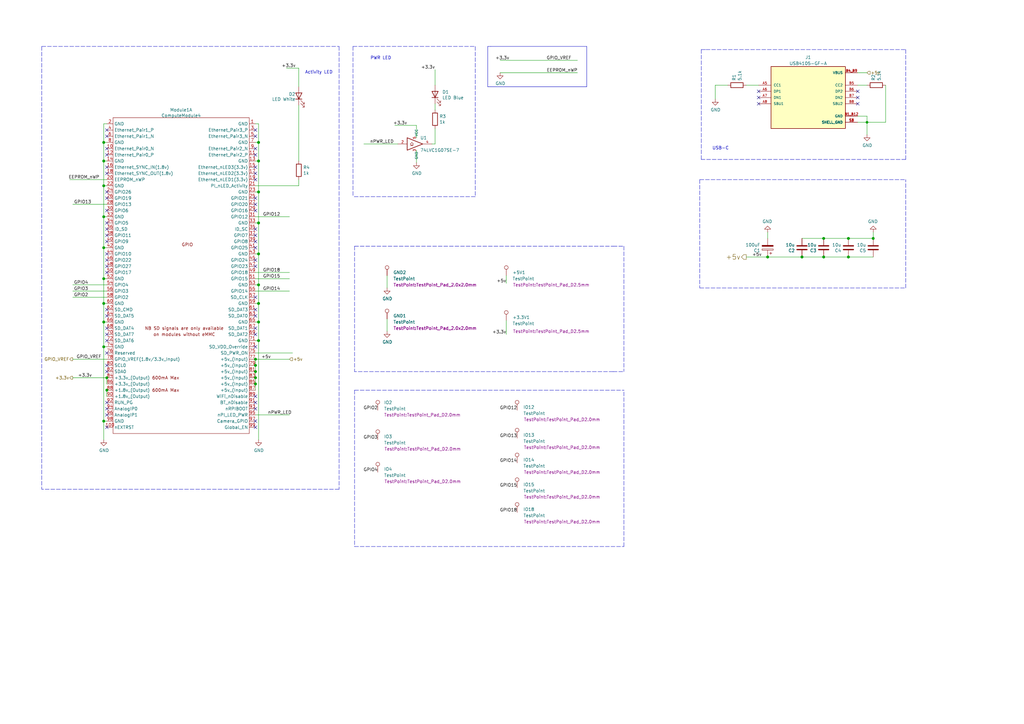
<source format=kicad_sch>
(kicad_sch (version 20210621) (generator eeschema)
  (paper "A3")
  (title_block (title "MinCab v2") (date "2021-11-07") (company "Uptime Lab") (comment 2 "Ivan Kuleshov"))
  (lib_symbols
    (symbol "CM4IO:74LVC1G07_copy"
      (property "Reference" "U" (at -2.54 3.81 0))
      (property "Value" "74LVC1G07_copy" (at 0 -3.81 0))
      (symbol "74LVC1G07_copy_0_1"
        (polyline (pts (xy -2.54 -0.635) (xy -1.27 -0.635)))
        (polyline (pts (xy -3.81 2.54) (xy -3.81 -2.54) (xy 2.54 0) (xy -3.81 2.54)) (stroke (width 0.254)))
        (polyline (pts (xy -1.905 0.635) (xy -2.54 0) (xy -1.905 -0.635) (xy -1.27 0) (xy -1.905 0.635)))
      )
      (symbol "74LVC1G07_copy_1_1"
        (pin input line (at -7.62 0 0) (length 3.81) (name "~") (number "2"))
        (pin power_in line (at 0 -2.54 270) (length 0) (name "GND") (number "3"))
        (pin open_collector line (at 6.35 0 180) (length 3.81) (name "~") (number "4"))
        (pin power_in line (at 0 2.54 90) (length 0) (name "VCC") (number "5"))
      )
    )
    (symbol "CM4IO:ComputeModule4-CM4"
      (property "Reference" "Module" (at 113.03 -68.58 0))
      (property "Value" "ComputeModule4-CM4" (at 140.97 2.54 0))
      (property "Field4" "Hirose" (at 0 0 0))
      (property "Field5" "2x DF40C-100DS-0.4V" (at 0 -2.54 0))
      (symbol "ComputeModule4-CM4_1_0"
        (text "GPIO" (at 0 6.35 0) (effects (font (size 1.27 1.27))))
      )
      (symbol "ComputeModule4-CM4_1_1"
        (text "600mA Max" (at -8.89 -53.34 0) (effects (font (size 1.27 1.27))))
        (text "600mA Max" (at -8.89 -48.26 0) (effects (font (size 1.27 1.27))))
        (text "NB SD signals are only available" (at -1.27 -27.94 0) (effects (font (size 1.27 1.27))))
        (text "on modules without eMMC" (at -1.27 -30.48 0) (effects (font (size 1.27 1.27))))
        (rectangle (start -30.48 -71.12) (end 25.4 58.42))
        (pin power_in line (at 27.94 55.88 180) (length 2.54) (name "GND") (number "1"))
        (pin passive line (at -33.02 45.72 0) (length 2.54) (name "Ethernet_Pair0_N") (number "10"))
        (pin output line (at -33.02 -68.58 0) (length 2.54) (name "nEXTRST") (number "100"))
        (pin passive line (at 27.94 43.18 180) (length 2.54) (name "Ethernet_Pair2_P") (number "11"))
        (pin passive line (at -33.02 43.18 0) (length 2.54) (name "Ethernet_Pair0_P") (number "12"))
        (pin power_in line (at 27.94 40.64 180) (length 2.54) (name "GND") (number "13"))
        (pin power_in line (at -33.02 40.64 0) (length 2.54) (name "GND") (number "14"))
        (pin output line (at 27.94 38.1 180) (length 2.54) (name "Ethernet_nLED3(3.3v)") (number "15"))
        (pin input line (at -33.02 38.1 0) (length 2.54) (name "Ethernet_SYNC_IN(1.8v)") (number "16"))
        (pin output line (at 27.94 35.56 180) (length 2.54) (name "Ethernet_nLED2(3.3v)") (number "17"))
        (pin input line (at -33.02 35.56 0) (length 2.54) (name "Ethernet_SYNC_OUT(1.8v)") (number "18"))
        (pin output line (at 27.94 33.02 180) (length 2.54) (name "Ethernet_nLED1(3.3v)") (number "19"))
        (pin power_in line (at -33.02 55.88 0) (length 2.54) (name "GND") (number "2"))
        (pin passive line (at -33.02 33.02 0) (length 2.54) (name "EEPROM_nWP") (number "20"))
        (pin open_collector line (at 27.94 30.48 180) (length 2.54) (name "PI_nLED_Activity") (number "21"))
        (pin power_in line (at -33.02 30.48 0) (length 2.54) (name "GND") (number "22"))
        (pin power_in line (at 27.94 27.94 180) (length 2.54) (name "GND") (number "23"))
        (pin passive line (at -33.02 27.94 0) (length 2.54) (name "GPIO26") (number "24"))
        (pin passive line (at 27.94 25.4 180) (length 2.54) (name "GPIO21") (number "25"))
        (pin passive line (at -33.02 25.4 0) (length 2.54) (name "GPIO19") (number "26"))
        (pin passive line (at 27.94 22.86 180) (length 2.54) (name "GPIO20") (number "27"))
        (pin passive line (at -33.02 22.86 0) (length 2.54) (name "GPIO13") (number "28"))
        (pin passive line (at 27.94 20.32 180) (length 2.54) (name "GPIO16") (number "29"))
        (pin passive line (at 27.94 53.34 180) (length 2.54) (name "Ethernet_Pair3_P") (number "3"))
        (pin passive line (at -33.02 20.32 0) (length 2.54) (name "GPIO6") (number "30"))
        (pin passive line (at 27.94 17.78 180) (length 2.54) (name "GPIO12") (number "31"))
        (pin power_in line (at -33.02 17.78 0) (length 2.54) (name "GND") (number "32"))
        (pin power_in line (at 27.94 15.24 180) (length 2.54) (name "GND") (number "33"))
        (pin passive line (at -33.02 15.24 0) (length 2.54) (name "GPIO5") (number "34"))
        (pin passive line (at 27.94 12.7 180) (length 2.54) (name "ID_SC") (number "35"))
        (pin passive line (at -33.02 12.7 0) (length 2.54) (name "ID_SD") (number "36"))
        (pin passive line (at 27.94 10.16 180) (length 2.54) (name "GPIO7") (number "37"))
        (pin passive line (at -33.02 10.16 0) (length 2.54) (name "GPIO11") (number "38"))
        (pin passive line (at 27.94 7.62 180) (length 2.54) (name "GPIO8") (number "39"))
        (pin passive line (at -33.02 53.34 0) (length 2.54) (name "Ethernet_Pair1_P") (number "4"))
        (pin passive line (at -33.02 7.62 0) (length 2.54) (name "GPIO9") (number "40"))
        (pin passive line (at 27.94 5.08 180) (length 2.54) (name "GPIO25") (number "41"))
        (pin power_in line (at -33.02 5.08 0) (length 2.54) (name "GND") (number "42"))
        (pin power_in line (at 27.94 2.54 180) (length 2.54) (name "GND") (number "43"))
        (pin passive line (at -33.02 2.54 0) (length 2.54) (name "GPIO10") (number "44"))
        (pin passive line (at 27.94 0 180) (length 2.54) (name "GPIO24") (number "45"))
        (pin passive line (at -33.02 0 0) (length 2.54) (name "GPIO22") (number "46"))
        (pin passive line (at 27.94 -2.54 180) (length 2.54) (name "GPIO23") (number "47"))
        (pin passive line (at -33.02 -2.54 0) (length 2.54) (name "GPIO27") (number "48"))
        (pin passive line (at 27.94 -5.08 180) (length 2.54) (name "GPIO18") (number "49"))
        (pin passive line (at 27.94 50.8 180) (length 2.54) (name "Ethernet_Pair3_N") (number "5"))
        (pin passive line (at -33.02 -5.08 0) (length 2.54) (name "GPIO17") (number "50"))
        (pin passive line (at 27.94 -7.62 180) (length 2.54) (name "GPIO15") (number "51"))
        (pin power_in line (at -33.02 -7.62 0) (length 2.54) (name "GND") (number "52"))
        (pin power_in line (at 27.94 -10.16 180) (length 2.54) (name "GND") (number "53"))
        (pin passive line (at -33.02 -10.16 0) (length 2.54) (name "GPIO4") (number "54"))
        (pin passive line (at 27.94 -12.7 180) (length 2.54) (name "GPIO14") (number "55"))
        (pin passive line (at -33.02 -12.7 0) (length 2.54) (name "GPIO3") (number "56"))
        (pin passive line (at 27.94 -15.24 180) (length 2.54) (name "SD_CLK") (number "57"))
        (pin passive line (at -33.02 -15.24 0) (length 2.54) (name "GPIO2") (number "58"))
        (pin power_in line (at 27.94 -17.78 180) (length 2.54) (name "GND") (number "59"))
        (pin passive line (at -33.02 50.8 0) (length 2.54) (name "Ethernet_Pair1_N") (number "6"))
        (pin power_in line (at -33.02 -17.78 0) (length 2.54) (name "GND") (number "60"))
        (pin passive line (at 27.94 -20.32 180) (length 2.54) (name "SD_DAT3") (number "61"))
        (pin passive line (at -33.02 -20.32 0) (length 2.54) (name "SD_CMD") (number "62"))
        (pin passive line (at 27.94 -22.86 180) (length 2.54) (name "SD_DAT0") (number "63"))
        (pin passive line (at -33.02 -22.86 0) (length 2.54) (name "SD_DAT5") (number "64"))
        (pin power_in line (at 27.94 -25.4 180) (length 2.54) (name "GND") (number "65"))
        (pin power_in line (at -33.02 -25.4 0) (length 2.54) (name "GND") (number "66"))
        (pin passive line (at 27.94 -27.94 180) (length 2.54) (name "SD_DAT1") (number "67"))
        (pin passive line (at -33.02 -27.94 0) (length 2.54) (name "SD_DAT4") (number "68"))
        (pin passive line (at 27.94 -30.48 180) (length 2.54) (name "SD_DAT2") (number "69"))
        (pin power_in line (at 27.94 48.26 180) (length 2.54) (name "GND") (number "7"))
        (pin passive line (at -33.02 -30.48 0) (length 2.54) (name "SD_DAT7") (number "70"))
        (pin power_in line (at 27.94 -33.02 180) (length 2.54) (name "GND") (number "71"))
        (pin passive line (at -33.02 -33.02 0) (length 2.54) (name "SD_DAT6") (number "72"))
        (pin input line (at 27.94 -35.56 180) (length 2.54) (name "SD_VDD_Override") (number "73"))
        (pin power_in line (at -33.02 -35.56 0) (length 2.54) (name "GND") (number "74"))
        (pin output line (at 27.94 -38.1 180) (length 2.54) (name "SD_PWR_ON") (number "75"))
        (pin passive line (at -33.02 -38.1 0) (length 2.54) (name "Reserved") (number "76"))
        (pin power_in line (at 27.94 -40.64 180) (length 2.54) (name "+5v_(Input)") (number "77"))
        (pin power_in line (at -33.02 -40.64 0) (length 2.54) (name "GPIO_VREF(1.8v/3.3v_Input)") (number "78"))
        (pin power_in line (at 27.94 -43.18 180) (length 2.54) (name "+5v_(Input)") (number "79"))
        (pin power_in line (at -33.02 48.26 0) (length 2.54) (name "GND") (number "8"))
        (pin passive line (at -33.02 -43.18 0) (length 2.54) (name "SCL0") (number "80"))
        (pin power_in line (at 27.94 -45.72 180) (length 2.54) (name "+5v_(Input)") (number "81"))
        (pin passive line (at -33.02 -45.72 0) (length 2.54) (name "SDA0") (number "82"))
        (pin power_in line (at 27.94 -48.26 180) (length 2.54) (name "+5v_(Input)") (number "83"))
        (pin power_out line (at -33.02 -48.26 0) (length 2.54) (name "+3.3v_(Output)") (number "84"))
        (pin power_in line (at 27.94 -50.8 180) (length 2.54) (name "+5v_(Input)") (number "85"))
        (pin power_out line (at -33.02 -50.8 0) (length 2.54) (name "+3.3v_(Output)") (number "86"))
        (pin power_in line (at 27.94 -53.34 180) (length 2.54) (name "+5v_(Input)") (number "87"))
        (pin power_out line (at -33.02 -53.34 0) (length 2.54) (name "+1.8v_(Output)") (number "88"))
        (pin power_in line (at 27.94 -55.88 180) (length 2.54) (name "WiFi_nDisable") (number "89"))
        (pin passive line (at 27.94 45.72 180) (length 2.54) (name "Ethernet_Pair2_N") (number "9"))
        (pin power_out line (at -33.02 -55.88 0) (length 2.54) (name "+1.8v_(Output)") (number "90"))
        (pin power_in line (at 27.94 -58.42 180) (length 2.54) (name "BT_nDisable") (number "91"))
        (pin passive line (at -33.02 -58.42 0) (length 2.54) (name "RUN_PG") (number "92"))
        (pin input line (at 27.94 -60.96 180) (length 2.54) (name "nRPIBOOT") (number "93"))
        (pin passive line (at -33.02 -60.96 0) (length 2.54) (name "AnalogIP0") (number "94"))
        (pin output line (at 27.94 -63.5 180) (length 2.54) (name "nPI_LED_PWR") (number "95"))
        (pin passive line (at -33.02 -63.5 0) (length 2.54) (name "AnalogIP1") (number "96"))
        (pin passive line (at 27.94 -66.04 180) (length 2.54) (name "Camera_GPIO") (number "97"))
        (pin power_in line (at -33.02 -66.04 0) (length 2.54) (name "GND") (number "98"))
        (pin input line (at 27.94 -68.58 180) (length 2.54) (name "Global_EN") (number "99"))
      )
      (symbol "ComputeModule4-CM4_2_1"
        (text "High Speed Serial" (at 140.97 0 0) (effects (font (size 1.27 1.27))))
        (rectangle (start 114.3 -66.04) (end 165.1 63.5))
        (pin input line (at 170.18 60.96 180) (length 5.08) (name "USB_OTG_ID") (number "101"))
        (pin input line (at 109.22 60.96 0) (length 5.08) (name "PCIe_CLK_nREQ") (number "102"))
        (pin passive line (at 170.18 58.42 180) (length 5.08) (name "USB2_N") (number "103"))
        (pin passive line (at 109.22 58.42 0) (length 5.08) (name "Reserved") (number "104"))
        (pin passive line (at 170.18 55.88 180) (length 5.08) (name "USB2_P") (number "105"))
        (pin passive line (at 109.22 55.88 0) (length 5.08) (name "Reserved") (number "106"))
        (pin power_in line (at 170.18 53.34 180) (length 5.08) (name "GND") (number "107"))
        (pin power_in line (at 109.22 53.34 0) (length 5.08) (name "GND") (number "108"))
        (pin bidirectional line (at 170.18 50.8 180) (length 5.08) (name "PCIe_nRST") (number "109"))
        (pin output line (at 109.22 50.8 0) (length 5.08) (name "PCIe_CLK_P") (number "110"))
        (pin passive line (at 170.18 48.26 180) (length 5.08) (name "VDAC_COMP") (number "111"))
        (pin output line (at 109.22 48.26 0) (length 5.08) (name "PCIe_CLK_N") (number "112"))
        (pin power_in line (at 170.18 45.72 180) (length 5.08) (name "GND") (number "113"))
        (pin power_in line (at 109.22 45.72 0) (length 5.08) (name "GND") (number "114"))
        (pin input line (at 170.18 43.18 180) (length 5.08) (name "CAM1_D0_N") (number "115"))
        (pin input line (at 109.22 43.18 0) (length 5.08) (name "PCIe_RX_P") (number "116"))
        (pin input line (at 170.18 40.64 180) (length 5.08) (name "CAM1_D0_P") (number "117"))
        (pin input line (at 109.22 40.64 0) (length 5.08) (name "PCIe_RX_N") (number "118"))
        (pin power_in line (at 170.18 38.1 180) (length 5.08) (name "GND") (number "119"))
        (pin power_in line (at 109.22 38.1 0) (length 5.08) (name "GND") (number "120"))
        (pin input line (at 170.18 35.56 180) (length 5.08) (name "CAM1_D1_N") (number "121"))
        (pin output line (at 109.22 35.56 0) (length 5.08) (name "PCIe_TX_P") (number "122"))
        (pin input line (at 170.18 33.02 180) (length 5.08) (name "CAM1_D1_P") (number "123"))
        (pin output line (at 109.22 33.02 0) (length 5.08) (name "PCIe_TX_N") (number "124"))
        (pin power_in line (at 170.18 30.48 180) (length 5.08) (name "GND") (number "125"))
        (pin power_in line (at 109.22 30.48 0) (length 5.08) (name "GND") (number "126"))
        (pin input line (at 170.18 27.94 180) (length 5.08) (name "CAM1_C_N") (number "127"))
        (pin input line (at 109.22 27.94 0) (length 5.08) (name "CAM0_D0_N") (number "128"))
        (pin input line (at 170.18 25.4 180) (length 5.08) (name "CAM1_C_P") (number "129"))
        (pin input line (at 109.22 25.4 0) (length 5.08) (name "CAM0_D0_P") (number "130"))
        (pin power_in line (at 170.18 22.86 180) (length 5.08) (name "GND") (number "131"))
        (pin power_in line (at 109.22 22.86 0) (length 5.08) (name "GND") (number "132"))
        (pin input line (at 170.18 20.32 180) (length 5.08) (name "CAM1_D2_N") (number "133"))
        (pin input line (at 109.22 20.32 0) (length 5.08) (name "CAM0_D1_N") (number "134"))
        (pin input line (at 170.18 17.78 180) (length 5.08) (name "CAM1_D2_P") (number "135"))
        (pin input line (at 109.22 17.78 0) (length 5.08) (name "CAM0_D1_P") (number "136"))
        (pin power_in line (at 170.18 15.24 180) (length 5.08) (name "GND") (number "137"))
        (pin power_in line (at 109.22 15.24 0) (length 5.08) (name "GND") (number "138"))
        (pin input line (at 170.18 12.7 180) (length 5.08) (name "CAM1_D3_N") (number "139"))
        (pin input line (at 109.22 12.7 0) (length 5.08) (name "CAM0_C_N") (number "140"))
        (pin input line (at 170.18 10.16 180) (length 5.08) (name "CAM1_D3_P") (number "141"))
        (pin input line (at 109.22 10.16 0) (length 5.08) (name "CAM0_C_P") (number "142"))
        (pin input line (at 170.18 7.62 180) (length 5.08) (name "HDMI1_HOTPLUG") (number "143"))
        (pin power_in line (at 109.22 7.62 0) (length 5.08) (name "GND") (number "144"))
        (pin bidirectional line (at 170.18 5.08 180) (length 5.08) (name "HDMI1_SDA") (number "145"))
        (pin output line (at 109.22 5.08 0) (length 5.08) (name "HDMI1_TX2_P") (number "146"))
        (pin open_collector line (at 170.18 2.54 180) (length 5.08) (name "HDMI1_SCL") (number "147"))
        (pin output line (at 109.22 2.54 0) (length 5.08) (name "HDMI1_TX2_N") (number "148"))
        (pin open_collector line (at 170.18 0 180) (length 5.08) (name "HDMI1_CEC") (number "149"))
        (pin power_in line (at 109.22 0 0) (length 5.08) (name "GND") (number "150"))
        (pin open_collector line (at 170.18 -2.54 180) (length 5.08) (name "HDMI0_CEC") (number "151"))
        (pin output line (at 109.22 -2.54 0) (length 5.08) (name "HDMI1_TX1_P") (number "152"))
        (pin input line (at 170.18 -5.08 180) (length 5.08) (name "HDMI0_HOTPLUG") (number "153"))
        (pin output line (at 109.22 -5.08 0) (length 5.08) (name "HDMI1_TX1_N") (number "154"))
        (pin power_in line (at 170.18 -7.62 180) (length 5.08) (name "GND") (number "155"))
        (pin power_in line (at 109.22 -7.62 0) (length 5.08) (name "GND") (number "156"))
        (pin output line (at 170.18 -10.16 180) (length 5.08) (name "DSI0_D0_N") (number "157"))
        (pin output line (at 109.22 -10.16 0) (length 5.08) (name "HDMI1_TX0_P") (number "158"))
        (pin output line (at 170.18 -12.7 180) (length 5.08) (name "DSI0_D0_P") (number "159"))
        (pin output line (at 109.22 -12.7 0) (length 5.08) (name "HDMI1_TX0_N") (number "160"))
        (pin power_in line (at 170.18 -15.24 180) (length 5.08) (name "GND") (number "161"))
        (pin power_in line (at 109.22 -15.24 0) (length 5.08) (name "GND") (number "162"))
        (pin output line (at 170.18 -17.78 180) (length 5.08) (name "DSI0_D1_N") (number "163"))
        (pin output line (at 109.22 -17.78 0) (length 5.08) (name "HDMI1_CLK_P") (number "164"))
        (pin output line (at 170.18 -20.32 180) (length 5.08) (name "DSI0_D1_P") (number "165"))
        (pin output line (at 109.22 -20.32 0) (length 5.08) (name "HDMI1_CLK_N") (number "166"))
        (pin power_in line (at 170.18 -22.86 180) (length 5.08) (name "GND") (number "167"))
        (pin power_in line (at 109.22 -22.86 0) (length 5.08) (name "GND") (number "168"))
        (pin output line (at 170.18 -25.4 180) (length 5.08) (name "DSI0_C_N") (number "169"))
        (pin output line (at 109.22 -25.4 0) (length 5.08) (name "HDMI0_TX2_P") (number "170"))
        (pin output line (at 170.18 -27.94 180) (length 5.08) (name "DSI0_C_P") (number "171"))
        (pin output line (at 109.22 -27.94 0) (length 5.08) (name "HDMI0_TX2_N") (number "172"))
        (pin power_in line (at 170.18 -30.48 180) (length 5.08) (name "GND") (number "173"))
        (pin power_in line (at 109.22 -30.48 0) (length 5.08) (name "GND") (number "174"))
        (pin output line (at 170.18 -33.02 180) (length 5.08) (name "DSI1_D0_N") (number "175"))
        (pin output line (at 109.22 -33.02 0) (length 5.08) (name "HDMI0_TX1_P") (number "176"))
        (pin output line (at 170.18 -35.56 180) (length 5.08) (name "DSI1_D0_P") (number "177"))
        (pin output line (at 109.22 -35.56 0) (length 5.08) (name "HDMI0_TX1_N") (number "178"))
        (pin power_in line (at 170.18 -38.1 180) (length 5.08) (name "GND") (number "179"))
        (pin power_in line (at 109.22 -38.1 0) (length 5.08) (name "GND") (number "180"))
        (pin output line (at 170.18 -40.64 180) (length 5.08) (name "DSI1_D1_N") (number "181"))
        (pin output line (at 109.22 -40.64 0) (length 5.08) (name "HDMI0_TX0_P") (number "182"))
        (pin output line (at 170.18 -43.18 180) (length 5.08) (name "DSI1_D1_P") (number "183"))
        (pin output line (at 109.22 -43.18 0) (length 5.08) (name "HDMI0_TX0_N") (number "184"))
        (pin power_in line (at 170.18 -45.72 180) (length 5.08) (name "GND") (number "185"))
        (pin power_in line (at 109.22 -45.72 0) (length 5.08) (name "GND") (number "186"))
        (pin output line (at 170.18 -48.26 180) (length 5.08) (name "DSI1_C_N") (number "187"))
        (pin output line (at 109.22 -48.26 0) (length 5.08) (name "HDMI0_CLK_P") (number "188"))
        (pin output line (at 170.18 -50.8 180) (length 5.08) (name "DSI1_C_P") (number "189"))
        (pin output line (at 109.22 -50.8 0) (length 5.08) (name "HDMI0_CLK_N") (number "190"))
        (pin power_in line (at 170.18 -53.34 180) (length 5.08) (name "GND") (number "191"))
        (pin power_in line (at 109.22 -53.34 0) (length 5.08) (name "GND") (number "192"))
        (pin output line (at 170.18 -55.88 180) (length 5.08) (name "DSI1_D2_N") (number "193"))
        (pin output line (at 109.22 -55.88 0) (length 5.08) (name "DSI1_D3_N") (number "194"))
        (pin output line (at 170.18 -58.42 180) (length 5.08) (name "DSI1_D2_P") (number "195"))
        (pin output line (at 109.22 -58.42 0) (length 5.08) (name "DSI1_D3_P") (number "196"))
        (pin power_in line (at 170.18 -60.96 180) (length 5.08) (name "GND") (number "197"))
        (pin power_in line (at 109.22 -60.96 0) (length 5.08) (name "GND") (number "198"))
        (pin bidirectional line (at 170.18 -63.5 180) (length 5.08) (name "HDMI0_SDA") (number "199"))
        (pin open_collector line (at 109.22 -63.5 0) (length 5.08) (name "HDMI0_SCL") (number "200"))
      )
    )
    (symbol "Connector:TestPoint" (pin_numbers hide) (pin_names (offset 0.762) hide)
      (property "Reference" "TP" (at 0 6.858 0))
      (property "Value" "TestPoint" (at 0 5.08 0))
      (symbol "TestPoint_0_1"
        (circle (center 0 3.302) (radius 0.762))
      )
      (symbol "TestPoint_1_1"
        (pin passive line (at 0 0 90) (length 2.54) (name "1") (number "1"))
      )
    )
    (symbol "Device:C" (pin_numbers hide) (pin_names (offset 0.254))
      (property "Reference" "C" (at 0.635 2.54 0))
      (property "Value" "C" (at 0.635 -2.54 0))
      (symbol "C_0_1"
        (polyline (pts (xy -2.032 -0.762) (xy 2.032 -0.762)) (stroke (width 0.508)))
        (polyline (pts (xy -2.032 0.762) (xy 2.032 0.762)) (stroke (width 0.508)))
      )
      (symbol "C_1_1"
        (pin passive line (at 0 3.81 270) (length 2.794) (name "~") (number "1"))
        (pin passive line (at 0 -3.81 90) (length 2.794) (name "~") (number "2"))
      )
    )
    (symbol "Device:CP" (pin_numbers hide) (pin_names (offset 0.254))
      (property "Reference" "C" (at 0.635 2.54 0))
      (property "Value" "CP" (at 0.635 -2.54 0))
      (symbol "CP_0_1"
        (rectangle (start -2.286 0.508) (end 2.286 1.016))
        (rectangle (start 2.286 -0.508) (end -2.286 -1.016) (fill (type outline)))
        (polyline (pts (xy -1.778 2.286) (xy -0.762 2.286)))
        (polyline (pts (xy -1.27 2.794) (xy -1.27 1.778)))
      )
      (symbol "CP_1_1"
        (pin passive line (at 0 3.81 270) (length 2.794) (name "~") (number "1"))
        (pin passive line (at 0 -3.81 90) (length 2.794) (name "~") (number "2"))
      )
    )
    (symbol "Device:LED" (pin_numbers hide) (pin_names hide)
      (property "Reference" "D" (at 0 2.54 0))
      (property "Value" "LED" (at 0 -2.54 0))
      (symbol "LED_0_1"
        (polyline (pts (xy -1.27 -1.27) (xy -1.27 1.27)) (stroke (width 0.254)))
        (polyline (pts (xy -1.27 0) (xy 1.27 0)))
        (polyline (pts (xy 1.27 -1.27) (xy 1.27 1.27) (xy -1.27 0) (xy 1.27 -1.27)) (stroke (width 0.254)))
        (polyline (pts (xy -3.048 -0.762) (xy -4.572 -2.286) (xy -3.81 -2.286) (xy -4.572 -2.286) (xy -4.572 -1.524)))
        (polyline (pts (xy -1.778 -0.762) (xy -3.302 -2.286) (xy -2.54 -2.286) (xy -3.302 -2.286) (xy -3.302 -1.524)))
      )
      (symbol "LED_1_1"
        (pin passive line (at -3.81 0 0) (length 2.54) (name "K") (number "1"))
        (pin passive line (at 3.81 0 180) (length 2.54) (name "A") (number "2"))
      )
    )
    (symbol "Device:R" (pin_numbers hide) (pin_names (offset 0))
      (property "Reference" "R" (at 2.032 0 90))
      (property "Value" "R" (at 0 0 90))
      (symbol "R_0_1"
        (rectangle (start -1.016 -2.54) (end 1.016 2.54) (stroke (width 0.254)))
      )
      (symbol "R_1_1"
        (pin passive line (at 0 3.81 270) (length 1.27) (name "~") (number "1"))
        (pin passive line (at 0 -3.81 90) (length 1.27) (name "~") (number "2"))
      )
    )
    (symbol "USB4105-GF-A:USB4105-GF-A" (pin_names (offset 1.016))
      (property "Reference" "J" (at -15.24 13.97 0))
      (property "Value" "USB4105-GF-A" (at -15.24 -15.24 0))
      (symbol "USB4105-GF-A_0_0"
        (rectangle (start -15.24 -12.7) (end 15.24 12.7) (stroke (width 0.254)) (fill (type background)))
        (pin power_in line (at 20.32 -7.62 180) (length 5.08) (name "GND") (number "A1_B12"))
        (pin power_in line (at 20.32 10.16 180) (length 5.08) (name "VBUS") (number "A4_B9"))
        (pin bidirectional line (at -20.32 5.08 0) (length 5.08) (name "CC1") (number "A5"))
        (pin bidirectional line (at -20.32 2.54 0) (length 5.08) (name "DP1") (number "A6"))
        (pin bidirectional line (at -20.32 0 0) (length 5.08) (name "DN1") (number "A7"))
        (pin bidirectional line (at -20.32 -2.54 0) (length 5.08) (name "SBU1") (number "A8"))
        (pin power_in line (at 20.32 -7.62 180) (length 5.08) (name "GND") (number "B1_A12"))
        (pin power_in line (at 20.32 10.16 180) (length 5.08) (name "VBUS") (number "B4_A9"))
        (pin bidirectional line (at 20.32 5.08 180) (length 5.08) (name "CC2") (number "B5"))
        (pin bidirectional line (at 20.32 2.54 180) (length 5.08) (name "DP2") (number "B6"))
        (pin bidirectional line (at 20.32 0 180) (length 5.08) (name "DN2") (number "B7"))
        (pin bidirectional line (at 20.32 -2.54 180) (length 5.08) (name "SBU2") (number "B8"))
        (pin power_in line (at 20.32 -10.16 180) (length 5.08) (name "SHELL_GND") (number "S1"))
        (pin power_in line (at 20.32 -10.16 180) (length 5.08) (name "SHELL_GND") (number "S2"))
        (pin power_in line (at 20.32 -10.16 180) (length 5.08) (name "SHELL_GND") (number "S3"))
        (pin power_in line (at 20.32 -10.16 180) (length 5.08) (name "SHELL_GND") (number "S4"))
      )
    )
    (symbol "power:GND" (power) (pin_names (offset 0))
      (property "Value" "GND" (at 0 -3.81 0))
      (symbol "GND_0_1"
        (polyline (pts (xy 0 0) (xy 0 -1.27) (xy 1.27 -1.27) (xy 0 -2.54) (xy -1.27 -1.27) (xy 0 -1.27)))
      )
      (symbol "GND_1_1"
        (pin power_in line (at 0 0 270) (length 0) hide (name "GND") (number "1"))
      )
    )
  )
  (junction (at 42.545 58.42) (diameter 1.016))
  (junction (at 42.545 66.04) (diameter 1.016))
  (junction (at 42.545 76.2) (diameter 1.016))
  (junction (at 42.545 88.9) (diameter 1.016))
  (junction (at 42.545 101.6) (diameter 1.016))
  (junction (at 42.545 114.3) (diameter 1.016))
  (junction (at 42.545 124.46) (diameter 1.016))
  (junction (at 42.545 132.08) (diameter 1.016))
  (junction (at 42.545 142.24) (diameter 1.016))
  (junction (at 42.545 172.72) (diameter 1.016))
  (junction (at 43.815 154.94) (diameter 1.016))
  (junction (at 43.815 160.02) (diameter 1.016))
  (junction (at 104.775 147.32) (diameter 1.016))
  (junction (at 104.775 149.86) (diameter 1.016))
  (junction (at 104.775 152.4) (diameter 1.016))
  (junction (at 104.775 154.94) (diameter 1.016))
  (junction (at 104.775 157.48) (diameter 1.016))
  (junction (at 106.045 58.42) (diameter 1.016))
  (junction (at 106.045 66.04) (diameter 1.016))
  (junction (at 106.045 78.74) (diameter 1.016))
  (junction (at 106.045 91.44) (diameter 1.016))
  (junction (at 106.045 104.14) (diameter 1.016))
  (junction (at 106.045 116.84) (diameter 1.016))
  (junction (at 106.045 124.46) (diameter 1.016))
  (junction (at 106.045 132.08) (diameter 1.016))
  (junction (at 106.045 139.7) (diameter 1.016))
  (junction (at 314.833 105.41) (diameter 1.016))
  (junction (at 328.93 105.41) (diameter 1.016))
  (junction (at 337.82 97.79) (diameter 1.016))
  (junction (at 337.82 105.41) (diameter 1.016))
  (junction (at 347.98 97.79) (diameter 1.016))
  (junction (at 347.98 105.41) (diameter 1.016))
  (junction (at 355.6 50.165) (diameter 0.9144))
  (junction (at 358.14 97.79) (diameter 1.016))
  (no_connect (at 43.815 53.34))
  (no_connect (at 43.815 55.88))
  (no_connect (at 43.815 60.96))
  (no_connect (at 43.815 63.5))
  (no_connect (at 43.815 68.58))
  (no_connect (at 43.815 71.12))
  (no_connect (at 43.815 78.74))
  (no_connect (at 43.815 81.28))
  (no_connect (at 43.815 86.36))
  (no_connect (at 43.815 91.44))
  (no_connect (at 43.815 93.98))
  (no_connect (at 43.815 96.52))
  (no_connect (at 43.815 99.06))
  (no_connect (at 43.815 104.14))
  (no_connect (at 43.815 106.68))
  (no_connect (at 43.815 109.22))
  (no_connect (at 43.815 111.76))
  (no_connect (at 43.815 127))
  (no_connect (at 43.815 129.54))
  (no_connect (at 43.815 134.62))
  (no_connect (at 43.815 137.16))
  (no_connect (at 43.815 139.7))
  (no_connect (at 43.815 144.78))
  (no_connect (at 43.815 149.86))
  (no_connect (at 43.815 152.4))
  (no_connect (at 43.815 165.1))
  (no_connect (at 43.815 167.64))
  (no_connect (at 43.815 170.18))
  (no_connect (at 43.815 175.26))
  (no_connect (at 104.775 53.34))
  (no_connect (at 104.775 55.88))
  (no_connect (at 104.775 60.96))
  (no_connect (at 104.775 63.5))
  (no_connect (at 104.775 68.58))
  (no_connect (at 104.775 71.12))
  (no_connect (at 104.775 73.66))
  (no_connect (at 104.775 81.28))
  (no_connect (at 104.775 83.82))
  (no_connect (at 104.775 86.36))
  (no_connect (at 104.775 93.98))
  (no_connect (at 104.775 96.52))
  (no_connect (at 104.775 99.06))
  (no_connect (at 104.775 101.6))
  (no_connect (at 104.775 106.68))
  (no_connect (at 104.775 109.22))
  (no_connect (at 104.775 121.92))
  (no_connect (at 104.775 127))
  (no_connect (at 104.775 129.54))
  (no_connect (at 104.775 134.62))
  (no_connect (at 104.775 137.16))
  (no_connect (at 104.775 142.24))
  (no_connect (at 104.775 162.56))
  (no_connect (at 104.775 165.1))
  (no_connect (at 104.775 167.64))
  (no_connect (at 104.775 172.72))
  (no_connect (at 104.775 175.26))
  (no_connect (at 311.15 37.465))
  (no_connect (at 311.15 40.005))
  (no_connect (at 311.15 42.545))
  (no_connect (at 351.79 37.465))
  (no_connect (at 351.79 40.005))
  (no_connect (at 351.79 42.545))
  (wire (pts (xy 28.575 73.66) (xy 43.815 73.66)))
  (wire (pts (xy 29.845 83.82) (xy 43.815 83.82)))
  (wire (pts (xy 29.845 116.84) (xy 43.815 116.84)))
  (wire (pts (xy 29.845 119.38) (xy 43.815 119.38)))
  (wire (pts (xy 29.845 121.92) (xy 43.815 121.92)))
  (wire (pts (xy 29.845 147.32) (xy 43.815 147.32)))
  (wire (pts (xy 29.845 154.94) (xy 43.815 154.94)))
  (wire (pts (xy 42.545 50.8) (xy 42.545 58.42)))
  (wire (pts (xy 42.545 58.42) (xy 42.545 66.04)))
  (wire (pts (xy 42.545 66.04) (xy 42.545 76.2)))
  (wire (pts (xy 42.545 76.2) (xy 42.545 88.9)))
  (wire (pts (xy 42.545 76.2) (xy 43.815 76.2)))
  (wire (pts (xy 42.545 88.9) (xy 42.545 101.6)))
  (wire (pts (xy 42.545 88.9) (xy 43.815 88.9)))
  (wire (pts (xy 42.545 101.6) (xy 42.545 114.3)))
  (wire (pts (xy 42.545 101.6) (xy 43.815 101.6)))
  (wire (pts (xy 42.545 114.3) (xy 42.545 124.46)))
  (wire (pts (xy 42.545 114.3) (xy 43.815 114.3)))
  (wire (pts (xy 42.545 124.46) (xy 42.545 132.08)))
  (wire (pts (xy 42.545 124.46) (xy 43.815 124.46)))
  (wire (pts (xy 42.545 132.08) (xy 42.545 142.24)))
  (wire (pts (xy 42.545 132.08) (xy 43.815 132.08)))
  (wire (pts (xy 42.545 142.24) (xy 42.545 172.72)))
  (wire (pts (xy 42.545 142.24) (xy 43.815 142.24)))
  (wire (pts (xy 42.545 172.72) (xy 42.545 180.34)))
  (wire (pts (xy 43.815 50.8) (xy 42.545 50.8)))
  (wire (pts (xy 43.815 58.42) (xy 42.545 58.42)))
  (wire (pts (xy 43.815 66.04) (xy 42.545 66.04)))
  (wire (pts (xy 43.815 157.48) (xy 43.815 154.94)))
  (wire (pts (xy 43.815 160.02) (xy 44.069 160.02)))
  (wire (pts (xy 43.815 162.56) (xy 43.815 160.02)))
  (wire (pts (xy 43.815 172.72) (xy 42.545 172.72)))
  (wire (pts (xy 104.775 50.8) (xy 106.045 50.8)))
  (wire (pts (xy 104.775 58.42) (xy 106.045 58.42)))
  (wire (pts (xy 104.775 66.04) (xy 106.045 66.04)))
  (wire (pts (xy 104.775 76.2) (xy 122.555 76.2)))
  (wire (pts (xy 104.775 78.74) (xy 106.045 78.74)))
  (wire (pts (xy 104.775 88.9) (xy 118.745 88.9)))
  (wire (pts (xy 104.775 91.44) (xy 106.045 91.44)))
  (wire (pts (xy 104.775 104.14) (xy 106.045 104.14)))
  (wire (pts (xy 104.775 111.76) (xy 118.745 111.76)))
  (wire (pts (xy 104.775 114.3) (xy 118.745 114.3)))
  (wire (pts (xy 104.775 116.84) (xy 106.045 116.84)))
  (wire (pts (xy 104.775 119.38) (xy 118.745 119.38)))
  (wire (pts (xy 104.775 124.46) (xy 106.045 124.46)))
  (wire (pts (xy 104.775 132.08) (xy 106.045 132.08)))
  (wire (pts (xy 104.775 139.7) (xy 106.045 139.7)))
  (wire (pts (xy 104.775 144.78) (xy 120.015 144.78)))
  (wire (pts (xy 104.775 147.32) (xy 104.775 149.86)))
  (wire (pts (xy 104.775 147.32) (xy 118.745 147.32)))
  (wire (pts (xy 104.775 149.86) (xy 104.775 152.4)))
  (wire (pts (xy 104.775 152.4) (xy 104.775 154.94)))
  (wire (pts (xy 104.775 154.94) (xy 104.775 157.48)))
  (wire (pts (xy 104.775 157.48) (xy 104.775 160.02)))
  (wire (pts (xy 104.775 170.18) (xy 118.745 170.18)))
  (wire (pts (xy 106.045 50.8) (xy 106.045 58.42)))
  (wire (pts (xy 106.045 58.42) (xy 106.045 66.04)))
  (wire (pts (xy 106.045 66.04) (xy 106.045 78.74)))
  (wire (pts (xy 106.045 78.74) (xy 106.045 91.44)))
  (wire (pts (xy 106.045 91.44) (xy 106.045 104.14)))
  (wire (pts (xy 106.045 104.14) (xy 106.045 116.84)))
  (wire (pts (xy 106.045 116.84) (xy 106.045 124.46)))
  (wire (pts (xy 106.045 124.46) (xy 106.045 132.08)))
  (wire (pts (xy 106.045 132.08) (xy 106.045 139.7)))
  (wire (pts (xy 106.045 139.7) (xy 106.045 180.34)))
  (wire (pts (xy 117.475 27.94) (xy 122.555 27.94)))
  (wire (pts (xy 122.555 27.94) (xy 122.555 35.56)))
  (wire (pts (xy 122.555 43.18) (xy 122.555 66.04)))
  (wire (pts (xy 122.555 76.2) (xy 122.555 73.66)))
  (wire (pts (xy 149.225 59.055) (xy 163.195 59.055)))
  (wire (pts (xy 158.75 113.03) (xy 158.75 118.11)))
  (wire (pts (xy 158.75 130.81) (xy 158.75 135.89)))
  (wire (pts (xy 170.815 51.435) (xy 161.925 51.435)))
  (wire (pts (xy 170.815 56.515) (xy 170.815 51.435)))
  (wire (pts (xy 170.815 61.595) (xy 170.815 66.675)))
  (wire (pts (xy 178.435 28.575) (xy 178.435 34.925)))
  (wire (pts (xy 178.435 42.545) (xy 178.435 45.085)))
  (wire (pts (xy 178.435 52.705) (xy 178.435 59.055)))
  (wire (pts (xy 178.435 59.055) (xy 177.165 59.055)))
  (wire (pts (xy 205.105 24.765) (xy 236.855 24.765)))
  (wire (pts (xy 205.105 29.845) (xy 236.855 29.845)))
  (wire (pts (xy 207.645 113.03) (xy 207.645 116.205)))
  (wire (pts (xy 207.645 131.445) (xy 207.645 137.16)))
  (wire (pts (xy 293.37 34.925) (xy 293.37 40.64)))
  (wire (pts (xy 298.45 34.925) (xy 293.37 34.925)))
  (wire (pts (xy 306.07 34.925) (xy 311.15 34.925)))
  (wire (pts (xy 314.833 97.79) (xy 314.833 95.25)))
  (wire (pts (xy 314.833 105.41) (xy 306.07 105.41)))
  (wire (pts (xy 328.93 97.79) (xy 337.82 97.79)))
  (wire (pts (xy 328.93 105.41) (xy 314.833 105.41)))
  (wire (pts (xy 337.82 97.79) (xy 347.98 97.79)))
  (wire (pts (xy 337.82 105.41) (xy 328.93 105.41)))
  (wire (pts (xy 347.98 97.79) (xy 358.14 97.79)))
  (wire (pts (xy 347.98 105.41) (xy 337.82 105.41)))
  (wire (pts (xy 351.79 29.845) (xy 355.6 29.845)))
  (wire (pts (xy 351.79 34.925) (xy 355.6 34.925)))
  (wire (pts (xy 351.79 47.625) (xy 355.6 47.625)))
  (wire (pts (xy 351.79 50.165) (xy 355.6 50.165)))
  (wire (pts (xy 355.6 47.625) (xy 355.6 50.165)))
  (wire (pts (xy 355.6 50.165) (xy 355.6 55.245)))
  (wire (pts (xy 358.14 97.79) (xy 358.14 95.25)))
  (wire (pts (xy 358.14 105.41) (xy 347.98 105.41)))
  (wire (pts (xy 363.22 34.925) (xy 363.22 50.165)))
  (wire (pts (xy 363.22 50.165) (xy 355.6 50.165)))
  (polyline (pts (xy 17.145 19.05) (xy 17.145 200.66)))
  (polyline (pts (xy 17.145 19.05) (xy 139.065 19.05)))
  (polyline (pts (xy 139.065 19.05) (xy 139.065 200.66)))
  (polyline (pts (xy 139.065 200.66) (xy 17.145 200.66)))
  (polyline (pts (xy 144.78 19.05) (xy 144.78 80.645)))
  (polyline (pts (xy 144.78 19.05) (xy 194.945 19.05)))
  (polyline (pts (xy 145.415 100.965) (xy 145.415 152.4)))
  (polyline (pts (xy 145.415 100.965) (xy 251.46 100.965)))
  (polyline (pts (xy 145.415 160.02) (xy 145.415 224.155)))
  (polyline (pts (xy 145.415 160.02) (xy 255.905 160.02)))
  (polyline (pts (xy 145.415 224.155) (xy 255.905 224.155)))
  (polyline (pts (xy 194.945 19.05) (xy 194.945 80.645)))
  (polyline (pts (xy 194.945 80.645) (xy 144.78 80.645)))
  (polyline (pts (xy 200.025 35.56) (xy 200.025 19.05)) (stroke (width 0) (type solid)))
  (polyline (pts (xy 200.025 35.56) (xy 201.295 35.56)) (stroke (width 0) (type solid)))
  (polyline (pts (xy 201.295 19.05) (xy 200.025 19.05)) (stroke (width 0) (type solid)))
  (polyline (pts (xy 201.295 19.05) (xy 240.665 19.05)) (stroke (width 0) (type solid)))
  (polyline (pts (xy 240.665 19.05) (xy 240.665 35.56)) (stroke (width 0) (type solid)))
  (polyline (pts (xy 240.665 35.56) (xy 201.295 35.56)) (stroke (width 0) (type solid)))
  (polyline (pts (xy 251.46 100.965) (xy 255.905 100.965)))
  (polyline (pts (xy 251.46 152.4) (xy 145.415 152.4)))
  (polyline (pts (xy 251.46 152.4) (xy 255.905 152.4)))
  (polyline (pts (xy 255.905 100.965) (xy 255.905 152.4)))
  (polyline (pts (xy 255.905 224.155) (xy 255.905 160.02)))
  (polyline (pts (xy 287.02 73.66) (xy 287.02 118.11)))
  (polyline (pts (xy 287.02 73.66) (xy 371.475 73.66)))
  (polyline (pts (xy 287.02 118.11) (xy 371.475 118.11)))
  (polyline (pts (xy 287.655 20.32) (xy 289.56 20.32)))
  (polyline (pts (xy 287.655 65.405) (xy 287.655 20.32)))
  (polyline (pts (xy 289.56 20.32) (xy 371.475 20.32)))
  (polyline (pts (xy 371.475 20.32) (xy 371.475 65.405)))
  (polyline (pts (xy 371.475 65.405) (xy 287.655 65.405)))
  (polyline (pts (xy 371.475 118.11) (xy 371.475 73.66)))
  (text "Activity LED" (at 125.095 30.48 0) (effects (font (size 1.27 1.27)) (justify left bottom)))
  (text "PWR LED" (at 151.892 24.638 0) (effects (font (size 1.27 1.27)) (justify left bottom)))
  (text "USB-C" (at 292.1 61.595 0) (effects (font (size 1.27 1.27)) (justify left bottom)))
  (label "GPIO_VREF" (at 31.369 147.32 0))
  (label "GPIO4" (at 36.195 116.84 180))
  (label "GPIO3" (at 36.195 119.38 180))
  (label "GPIO2" (at 36.195 121.92 180))
  (label "GPIO13" (at 37.465 83.82 180))
  (label "+3.3v" (at 37.719 154.94 180))
  (label "EEPROM_nWP" (at 40.767 73.66 180))
  (label "nPWR_LED" (at 109.855 170.18 0))
  (label "+5v" (at 111.125 147.32 180))
  (label "GPIO12" (at 114.935 88.9 180))
  (label "GPIO18" (at 114.935 111.76 180))
  (label "GPIO15" (at 114.935 114.3 180))
  (label "GPIO14" (at 114.935 119.38 180))
  (label "+3.3v" (at 121.285 27.94 180))
  (label "nPWR_LED" (at 151.765 59.055 0))
  (label "GPIO2" (at 154.94 168.275 180))
  (label "GPIO3" (at 154.94 180.34 180))
  (label "GPIO4" (at 154.94 193.675 180))
  (label "+3.3v" (at 167.005 51.435 180))
  (label "+3.3v" (at 178.435 28.575 180))
  (label "+5v" (at 207.645 116.205 180))
  (label "+3.3v" (at 207.645 137.16 180))
  (label "+3.3v" (at 208.915 24.765 180))
  (label "GPIO12" (at 212.09 168.275 180))
  (label "GPIO13" (at 212.09 179.705 180))
  (label "GPIO14" (at 212.09 189.865 180))
  (label "GPIO15" (at 212.09 200.025 180))
  (label "GPIO18" (at 212.09 210.185 180))
  (label "GPIO_VREF" (at 224.155 24.765 0))
  (label "EEPROM_nWP" (at 236.855 29.845 180))
  (label "+5v" (at 312.42 105.41 180))
  (hierarchical_label "GPIO_VREF" (shape output) (at 29.845 147.32 180))
  (hierarchical_label "+3.3v" (shape output) (at 29.845 154.94 180))
  (hierarchical_label "+5v" (shape input) (at 118.745 147.32 0))
  (hierarchical_label "+5v" (shape output) (at 306.07 105.41 180) (effects (font (size 2.0066 2.0066))))
  (hierarchical_label "+5v" (shape input) (at 355.6 29.845 0))
  (symbol (lib_id "Connector:TestPoint") (at 154.94 168.275 0) (unit 1)
    (property "Reference" "IO2" (at 157.48 165.1 0) (effects (justify left)))
    (property "Value" "TestPoint" (at 157.48 167.64 0) (effects (justify left)))
    (property "Footprint" "TestPoint:TestPoint_Pad_D2.0mm" (at 157.48 170.18 0) (effects (justify left)))
  )
  (symbol (lib_id "Connector:TestPoint") (at 154.94 180.34 0) (unit 1)
    (property "Reference" "IO3" (at 157.48 179.07 0) (effects (justify left)))
    (property "Value" "TestPoint" (at 157.48 181.61 0) (effects (justify left)))
    (property "Footprint" "TestPoint:TestPoint_Pad_D2.0mm" (at 173.355 184.15 0))
  )
  (symbol (lib_id "Connector:TestPoint") (at 154.94 193.675 0) (unit 1)
    (property "Reference" "IO4" (at 157.48 192.405 0) (effects (justify left)))
    (property "Value" "TestPoint" (at 157.48 194.945 0) (effects (justify left)))
    (property "Footprint" "TestPoint:TestPoint_Pad_D2.0mm" (at 173.355 197.485 0))
  )
  (symbol (lib_id "Connector:TestPoint") (at 158.75 113.03 0) (unit 1)
    (property "Reference" "GND2" (at 161.29 111.76 0) (effects (justify left)))
    (property "Value" "TestPoint" (at 161.29 114.3 0) (effects (justify left)))
    (property "Footprint" "TestPoint:TestPoint_Pad_2.0x2.0mm" (at 178.435 116.84 0))
  )
  (symbol (lib_id "Connector:TestPoint") (at 158.75 130.81 0) (unit 1)
    (property "Reference" "GND1" (at 161.29 129.54 0) (effects (justify left)))
    (property "Value" "TestPoint" (at 161.29 132.08 0) (effects (justify left)))
    (property "Footprint" "TestPoint:TestPoint_Pad_2.0x2.0mm" (at 178.435 134.62 0))
  )
  (symbol (lib_id "Connector:TestPoint") (at 207.645 113.03 0) (unit 1)
    (property "Reference" "+5V1" (at 210.185 111.76 0) (effects (justify left)))
    (property "Value" "TestPoint" (at 210.185 114.3 0) (effects (justify left)))
    (property "Footprint" "TestPoint:TestPoint_Pad_D2.5mm" (at 226.06 116.84 0))
  )
  (symbol (lib_id "Connector:TestPoint") (at 207.645 131.445 0) (unit 1)
    (property "Reference" "+3.3V1" (at 210.185 130.175 0) (effects (justify left)))
    (property "Value" "TestPoint" (at 210.185 132.715 0) (effects (justify left)))
    (property "Footprint" "TestPoint:TestPoint_Pad_D2.5mm" (at 226.06 135.89 0))
  )
  (symbol (lib_id "Connector:TestPoint") (at 212.09 168.275 0) (unit 1)
    (property "Reference" "IO12" (at 214.63 167.005 0) (effects (justify left)))
    (property "Value" "TestPoint" (at 214.63 169.545 0) (effects (justify left)))
    (property "Footprint" "TestPoint:TestPoint_Pad_D2.0mm" (at 230.505 172.085 0))
  )
  (symbol (lib_id "Connector:TestPoint") (at 212.09 179.705 0) (unit 1)
    (property "Reference" "IO13" (at 214.63 178.435 0) (effects (justify left)))
    (property "Value" "TestPoint" (at 214.63 180.975 0) (effects (justify left)))
    (property "Footprint" "TestPoint:TestPoint_Pad_D2.0mm" (at 230.505 183.515 0))
  )
  (symbol (lib_id "Connector:TestPoint") (at 212.09 189.865 0) (unit 1)
    (property "Reference" "IO14" (at 214.63 188.595 0) (effects (justify left)))
    (property "Value" "TestPoint" (at 214.63 191.135 0) (effects (justify left)))
    (property "Footprint" "TestPoint:TestPoint_Pad_D2.0mm" (at 230.505 193.675 0))
  )
  (symbol (lib_id "Connector:TestPoint") (at 212.09 200.025 0) (unit 1)
    (property "Reference" "IO15" (at 214.63 198.755 0) (effects (justify left)))
    (property "Value" "TestPoint" (at 214.63 201.295 0) (effects (justify left)))
    (property "Footprint" "TestPoint:TestPoint_Pad_D2.0mm" (at 230.505 203.835 0))
  )
  (symbol (lib_id "Connector:TestPoint") (at 212.09 210.185 0) (unit 1)
    (property "Reference" "IO18" (at 214.63 208.915 0) (effects (justify left)))
    (property "Value" "TestPoint" (at 214.63 211.455 0) (effects (justify left)))
    (property "Footprint" "TestPoint:TestPoint_Pad_D2.0mm" (at 230.505 213.995 0))
  )
  (symbol (lib_id "power:GND") (at 42.545 180.34 0) (unit 1)
    (property "Reference" "#PWR06" (effects hide))
    (property "Value" "GND" (at 42.672 184.7342 0))
  )
  (symbol (lib_id "power:GND") (at 106.045 180.34 0) (unit 1)
    (property "Reference" "#PWR07" (effects hide))
    (property "Value" "GND" (at 106.172 184.7342 0))
  )
  (symbol (lib_id "power:GND") (at 158.75 118.11 0) (unit 1)
    (property "Reference" "#PWR0102" (effects hide))
    (property "Value" "GND" (at 158.877 122.5042 0))
  )
  (symbol (lib_id "power:GND") (at 158.75 135.89 0) (unit 1)
    (property "Reference" "#PWR0104" (effects hide))
    (property "Value" "GND" (at 158.877 140.2842 0))
  )
  (symbol (lib_id "power:GND") (at 170.815 66.675 0) (unit 1)
    (property "Reference" "#PWR03" (effects hide))
    (property "Value" "GND" (at 170.942 71.0692 0))
  )
  (symbol (lib_id "power:GND") (at 205.105 29.845 0) (unit 1)
    (property "Reference" "#PWR0101" (effects hide))
    (property "Value" "GND" (at 205.232 34.2392 0))
  )
  (symbol (lib_id "power:GND") (at 293.37 40.64 0) (unit 1)
    (property "Reference" "#PWR01" (effects hide))
    (property "Value" "GND" (at 293.497 45.0342 0))
  )
  (symbol (lib_id "power:GND") (at 314.833 95.25 180) (unit 1)
    (property "Reference" "#PWR04" (effects hide))
    (property "Value" "GND" (at 314.706 90.8558 0))
  )
  (symbol (lib_id "power:GND") (at 355.6 55.245 0) (unit 1)
    (property "Reference" "#PWR02" (effects hide))
    (property "Value" "GND" (at 355.727 59.6392 0))
  )
  (symbol (lib_id "power:GND") (at 358.14 95.25 180) (unit 1)
    (property "Reference" "#PWR05" (effects hide))
    (property "Value" "GND" (at 358.013 90.8558 0))
  )
  (symbol (lib_id "Device:R") (at 122.555 69.85 0) (unit 1)
    (property "Reference" "R4" (at 124.333 68.6816 0) (effects (justify left)))
    (property "Value" "1k" (at 124.333 70.993 0) (effects (justify left)))
    (property "Footprint" "Resistor_SMD:R_0603_1608Metric_Pad0.98x0.95mm_HandSolder" (effects hide))
    (property "Datasheet" "https://fscdn.rohm.com/en/products/databook/datasheet/passive/resistor/chip_resistor/mcr-e.pdf" (effects hide))
    (property "Field4" "Farnell" (effects hide))
    (property "Field5" "9239235" (effects hide))
    (property "Field7" "KOA EUROPE GMBH" (effects hide))
    (property "Field6" "RK73H1ETTP1001F" (effects hide))
    (property "Part Description" "Resistor 1K M1005 1% 63mW" (effects hide))
    (property "Field8" "125049511" (effects hide))
  )
  (symbol (lib_id "Device:R") (at 178.435 48.895 0) (unit 1)
    (property "Reference" "R3" (at 180.213 47.7266 0) (effects (justify left)))
    (property "Value" "1k" (at 180.213 50.038 0) (effects (justify left)))
    (property "Footprint" "Resistor_SMD:R_0603_1608Metric_Pad0.98x0.95mm_HandSolder" (effects hide))
    (property "Datasheet" "https://fscdn.rohm.com/en/products/databook/datasheet/passive/resistor/chip_resistor/mcr-e.pdf" (effects hide))
    (property "Field4" "Farnell" (effects hide))
    (property "Field5" "9239235" (effects hide))
    (property "Field7" "KOA EUROPE GMBH" (effects hide))
    (property "Field6" "RK73H1ETTP1001F" (effects hide))
    (property "Part Description" "Resistor 1K M1005 1% 63mW" (effects hide))
    (property "Field8" "125049511" (effects hide))
  )
  (symbol (lib_id "Device:R") (at 302.26 34.925 90) (unit 1)
    (property "Reference" "R1" (at 301.0916 33.147 0) (effects (justify left)))
    (property "Value" "5.1k" (at 303.403 33.147 0) (effects (justify left)))
    (property "Footprint" "Resistor_SMD:R_0603_1608Metric_Pad0.98x0.95mm_HandSolder" (effects hide))
    (property "Datasheet" "https://fscdn.rohm.com/en/products/databook/datasheet/passive/resistor/chip_resistor/mcr-e.pdf" (effects hide))
    (property "Field4" "Farnell" (effects hide))
    (property "Field5" "9239235" (effects hide))
    (property "Field7" "KOA EUROPE GMBH" (effects hide))
    (property "Field6" "RK73H1ETTP1001F" (effects hide))
    (property "Part Description" "Resistor 1K M1005 1% 63mW" (effects hide))
    (property "Field8" "125049511" (effects hide))
  )
  (symbol (lib_id "Device:R") (at 359.41 34.925 90) (unit 1)
    (property "Reference" "R2" (at 358.2416 33.147 0) (effects (justify left)))
    (property "Value" "5.1k" (at 360.553 33.147 0) (effects (justify left)))
    (property "Footprint" "Resistor_SMD:R_0603_1608Metric_Pad0.98x0.95mm_HandSolder" (effects hide))
    (property "Datasheet" "https://fscdn.rohm.com/en/products/databook/datasheet/passive/resistor/chip_resistor/mcr-e.pdf" (effects hide))
    (property "Field4" "Farnell" (effects hide))
    (property "Field5" "9239235" (effects hide))
    (property "Field7" "KOA EUROPE GMBH" (effects hide))
    (property "Field6" "RK73H1ETTP1001F" (effects hide))
    (property "Part Description" "Resistor 1K M1005 1% 63mW" (effects hide))
    (property "Field8" "125049511" (effects hide))
  )
  (symbol (lib_id "Device:LED") (at 122.555 39.37 90) (unit 1)
    (property "Reference" "D2" (at 118.451 38.6202 90) (effects (justify right)))
    (property "Value" "LED White" (at 111.5568 40.6908 90) (effects (justify right)))
    (property "Footprint" "LED_SMD:LED_0603_1608Metric" (effects hide))
    (property "Datasheet" "http://optoelectronics.liteon.com/upload/download/DS22-2000-226/LTST-S270KGKT.pdf" (effects hide))
    (property "Field4" "Digikey " (effects hide))
    (property "Field5" "LTST-S270KGKT" (effects hide))
    (property "Field6" "SML-A12M8TT86N" (effects hide))
    (property "Field7" "Rohm" (effects hide))
    (property "Field8" "650263301" (effects hide))
    (property "Part Description" "	Green 572nm LED Indication - Discrete 2.2V 2-SMD, No Lead" (effects hide))
  )
  (symbol (lib_id "Device:LED") (at 178.435 38.735 90) (unit 1)
    (property "Reference" "D1" (at 181.4068 37.7444 90) (effects (justify right)))
    (property "Value" "LED Blue" (at 181.4068 40.0558 90) (effects (justify right)))
    (property "Footprint" "LED_SMD:LED_0603_1608Metric" (effects hide))
    (property "Datasheet" "http://optoelectronics.liteon.com/upload/download/DS22-2000-226/LTST-S270KGKT.pdf" (effects hide))
    (property "Field4" "Digikey " (effects hide))
    (property "Field5" "LTST-S270KGKT" (effects hide))
    (property "Field6" "SML-A12M8TT86N" (effects hide))
    (property "Field7" "Rohm" (effects hide))
    (property "Field8" "650263301" (effects hide))
    (property "Part Description" "	Green 572nm LED Indication - Discrete 2.2V 2-SMD, No Lead" (effects hide))
  )
  (symbol (lib_id "Device:CP") (at 314.833 101.6 180) (unit 1)
    (property "Reference" "C1" (at 311.8358 102.743 0) (effects (justify left)))
    (property "Value" "100uF" (at 311.8358 100.457 0) (effects (justify left)))
    (property "Footprint" "Capacitor_Tantalum_SMD:CP_EIA-7343-31_Kemet-D" (effects hide))
    (property "Field4" "Mouser" (effects hide))
    (property "Field5" "667-EEF-CX0J101R" (effects hide))
    (property "Part Description" "Capacitor, SP-Cap, 100u, 6.3V, 15mR ESR" (effects hide))
  )
  (symbol (lib_id "Device:C") (at 328.93 101.6 180) (unit 1)
    (property "Reference" "C2" (at 326.009 102.7684 0) (effects (justify left)))
    (property "Value" "10u" (at 326.009 100.457 0) (effects (justify left)))
    (property "Footprint" "Capacitor_SMD:C_0805_2012Metric" (effects hide))
    (property "Datasheet" "https://search.murata.co.jp/Ceramy/image/img/A01X/G101/ENG/GRM21BR71A106KA73-01.pdf" (effects hide))
    (property "Field5" "490-14381-1-ND" (effects hide))
    (property "Field4" "Digikey" (effects hide))
    (property "Field6" "GRM21BR71A106KA73L" (effects hide))
    (property "Field7" "Murata" (effects hide))
    (property "Part Description" "	10uF 10% 10V Ceramic Capacitor X7R 0805 (2012 Metric)" (effects hide))
    (property "Field8" "111893011" (effects hide))
  )
  (symbol (lib_id "Device:C") (at 337.82 101.6 180) (unit 1)
    (property "Reference" "C3" (at 334.899 102.7684 0) (effects (justify left)))
    (property "Value" "10u" (at 334.899 100.457 0) (effects (justify left)))
    (property "Footprint" "Capacitor_SMD:C_0805_2012Metric" (effects hide))
    (property "Datasheet" "https://search.murata.co.jp/Ceramy/image/img/A01X/G101/ENG/GRM21BR71A106KA73-01.pdf" (effects hide))
    (property "Field5" "490-14381-1-ND" (effects hide))
    (property "Field4" "Digikey" (effects hide))
    (property "Field6" "GRM21BR71A106KA73L" (effects hide))
    (property "Field7" "Murata" (effects hide))
    (property "Part Description" "	10uF 10% 10V Ceramic Capacitor X7R 0805 (2012 Metric)" (effects hide))
    (property "Field8" "111893011" (effects hide))
  )
  (symbol (lib_id "Device:C") (at 347.98 101.6 180) (unit 1)
    (property "Reference" "C4" (at 345.059 102.7684 0) (effects (justify left)))
    (property "Value" "10u" (at 345.059 100.457 0) (effects (justify left)))
    (property "Footprint" "Capacitor_SMD:C_0805_2012Metric" (effects hide))
    (property "Datasheet" "https://search.murata.co.jp/Ceramy/image/img/A01X/G101/ENG/GRM21BR71A106KA73-01.pdf" (effects hide))
    (property "Field5" "490-14381-1-ND" (effects hide))
    (property "Field4" "Digikey" (effects hide))
    (property "Field6" "GRM21BR71A106KA73L" (effects hide))
    (property "Field7" "Murata" (effects hide))
    (property "Part Description" "	10uF 10% 10V Ceramic Capacitor X7R 0805 (2012 Metric)" (effects hide))
    (property "Field8" "111893011" (effects hide))
  )
  (symbol (lib_id "Device:C") (at 358.14 101.6 180) (unit 1)
    (property "Reference" "C5" (at 355.219 102.7684 0) (effects (justify left)))
    (property "Value" "10u" (at 355.219 100.457 0) (effects (justify left)))
    (property "Footprint" "Capacitor_SMD:C_0805_2012Metric" (effects hide))
    (property "Datasheet" "https://search.murata.co.jp/Ceramy/image/img/A01X/G101/ENG/GRM21BR71A106KA73-01.pdf" (effects hide))
    (property "Field5" "490-14381-1-ND" (effects hide))
    (property "Field4" "Digikey" (effects hide))
    (property "Field6" "GRM21BR71A106KA73L" (effects hide))
    (property "Field7" "Murata" (effects hide))
    (property "Part Description" "	10uF 10% 10V Ceramic Capacitor X7R 0805 (2012 Metric)" (effects hide))
    (property "Field8" "111893011" (effects hide))
  )
  (symbol (lib_id "CM4IO:74LVC1G07_copy") (at 170.815 59.055 0) (unit 1)
    (property "Reference" "U1" (at 172.339 56.515 0) (effects (justify left)))
    (property "Value" "74LVC1G07SE-7" (at 172.339 61.595 0) (effects (justify left)))
    (property "Footprint" "Package_TO_SOT_SMD:SOT-353_SC-70-5" (effects hide))
    (property "Datasheet" "https://www.diodes.com/assets/Datasheets/74LVC1G07.pdf" (effects hide))
    (property "Field4" "Farnell" (effects hide))
    (property "Field5" "2425492" (effects hide))
    (property "Field6" "74LVC1G07SE-7" (effects hide))
    (property "Field7" "Diodes" (effects hide))
    (property "Part Description" "Buffer, Non-Inverting 1 Element 1 Bit per Element Open Drain Output SOT-353" (effects hide))
  )
  (symbol (lib_id "USB4105-GF-A:USB4105-GF-A") (at 331.47 40.005 0) (unit 1)
    (property "Reference" "J1" (at 331.47 23.495 0))
    (property "Value" "USB4105-GF-A" (at 331.47 26.035 0))
    (property "Footprint" "GCT_USB4105-GF-A" (effects hide))
    (property "STANDARD" "Manufacturer Recommendations" (effects hide))
    (property "MAXIMUM_PACKAGE_HEIGHT" "3.31 mm" (effects hide))
    (property "PARTREV" "A3" (effects hide))
    (property "MANUFACTURER" "GCT" (effects hide))
  )
  (symbol (lib_id "CM4IO:ComputeModule4-CM4") (at 76.835 106.68 0) (unit 1)
    (property "Reference" "Module1" (at 74.295 45.085 0))
    (property "Value" "ComputeModule4" (at 74.295 47.3964 0))
    (property "Footprint" "CM4IO:Raspberry-Pi-4-Compute-Module" (effects hide))
    (property "Field4" "Hirose" (effects hide))
    (property "Field5" "2off DF40C-100DS-0.4V" (effects hide))
    (property "Field6" "2off DF40C-100DS-0.4V" (effects hide))
    (property "Field7" "Hirose" (effects hide))
    (property "Part Description" "	100 Position Connector Receptacle, Center Strip Contacts Surface Mount Gold" (effects hide))
  )
)
</source>
